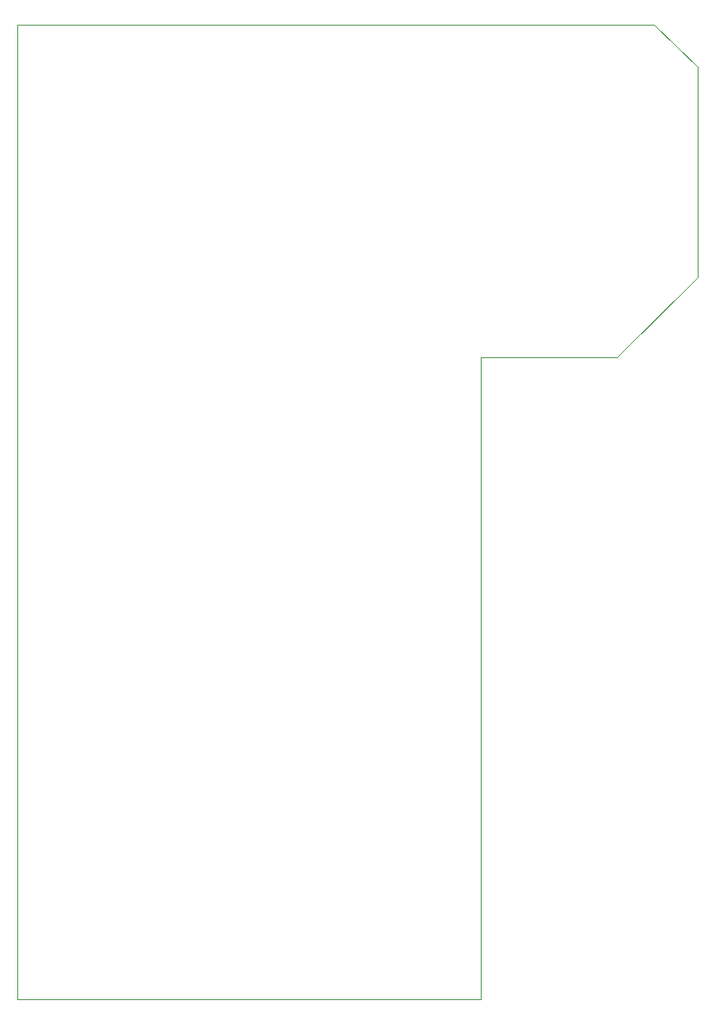
<source format=gm1>
G04 #@! TF.GenerationSoftware,KiCad,Pcbnew,6.0.8-f2edbf62ab~116~ubuntu22.04.1*
G04 #@! TF.CreationDate,2022-10-12T19:55:47+02:00*
G04 #@! TF.ProjectId,A1200FaStRamExpansion,41313230-3046-4615-9374-52616d457870,1.0*
G04 #@! TF.SameCoordinates,Original*
G04 #@! TF.FileFunction,Profile,NP*
%FSLAX46Y46*%
G04 Gerber Fmt 4.6, Leading zero omitted, Abs format (unit mm)*
G04 Created by KiCad (PCBNEW 6.0.8-f2edbf62ab~116~ubuntu22.04.1) date 2022-10-12 19:55:47*
%MOMM*%
%LPD*%
G01*
G04 APERTURE LIST*
G04 #@! TA.AperFunction,Profile*
%ADD10C,0.050000*%
G04 #@! TD*
G04 APERTURE END LIST*
D10*
X78740000Y-55410000D02*
X78740000Y-155410000D01*
X78740000Y-55410000D02*
X144145000Y-55410000D01*
X126365000Y-89535000D02*
X126365000Y-125730000D01*
X148590000Y-59690000D02*
X144145000Y-55410000D01*
X126365000Y-155410000D02*
X126365000Y-125730000D01*
X148590000Y-59690000D02*
X148590000Y-81280000D01*
X148590000Y-81280000D02*
X140335000Y-89535000D01*
X78740000Y-155410000D02*
X126365000Y-155410000D01*
X140335000Y-89535000D02*
X126365000Y-89535000D01*
M02*

</source>
